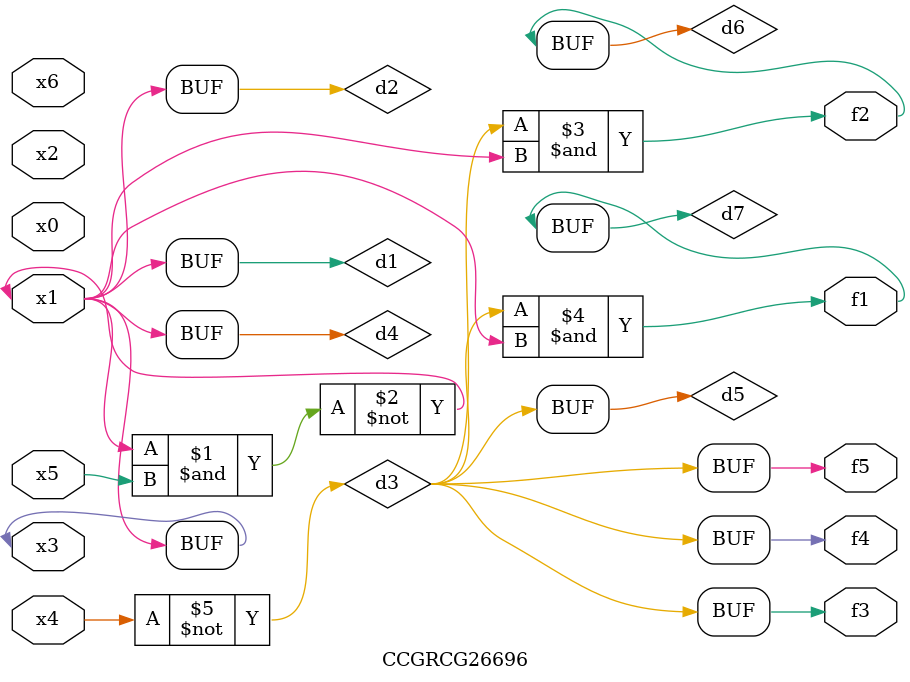
<source format=v>
module CCGRCG26696(
	input x0, x1, x2, x3, x4, x5, x6,
	output f1, f2, f3, f4, f5
);

	wire d1, d2, d3, d4, d5, d6, d7;

	buf (d1, x1, x3);
	nand (d2, x1, x5);
	not (d3, x4);
	buf (d4, d1, d2);
	buf (d5, d3);
	and (d6, d3, d4);
	and (d7, d3, d4);
	assign f1 = d7;
	assign f2 = d6;
	assign f3 = d5;
	assign f4 = d5;
	assign f5 = d5;
endmodule

</source>
